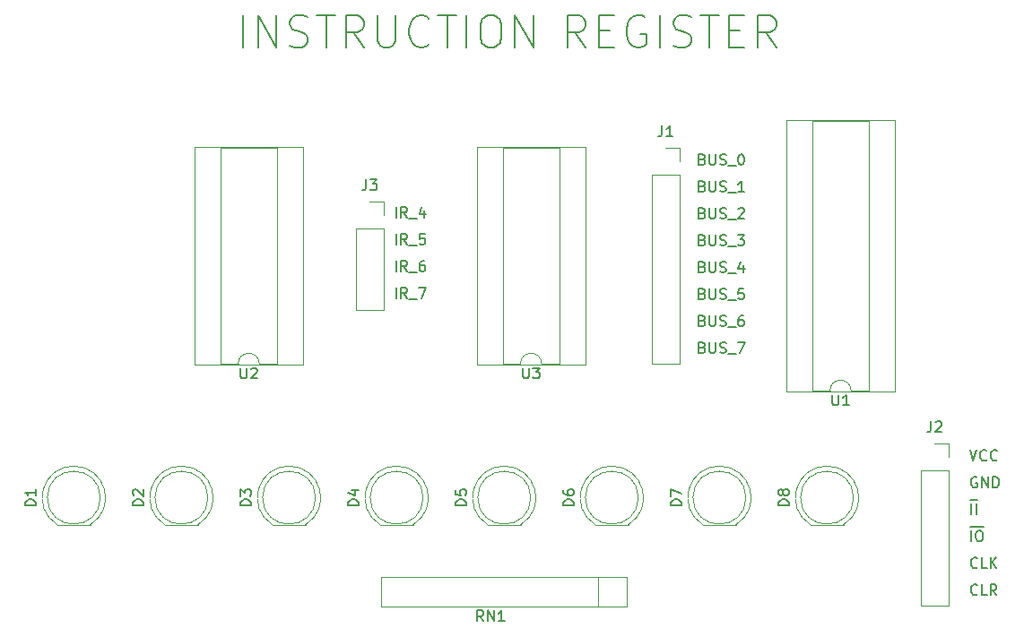
<source format=gbr>
%TF.GenerationSoftware,KiCad,Pcbnew,(7.0.0)*%
%TF.CreationDate,2023-03-05T21:28:25-05:00*%
%TF.ProjectId,8bc_ir,3862635f-6972-42e6-9b69-6361645f7063,rev?*%
%TF.SameCoordinates,Original*%
%TF.FileFunction,Legend,Top*%
%TF.FilePolarity,Positive*%
%FSLAX46Y46*%
G04 Gerber Fmt 4.6, Leading zero omitted, Abs format (unit mm)*
G04 Created by KiCad (PCBNEW (7.0.0)) date 2023-03-05 21:28:25*
%MOMM*%
%LPD*%
G01*
G04 APERTURE LIST*
%ADD10C,0.150000*%
%ADD11C,0.120000*%
G04 APERTURE END LIST*
D10*
X125174285Y-37447142D02*
X125174285Y-34447142D01*
X126602856Y-37447142D02*
X126602856Y-34447142D01*
X126602856Y-34447142D02*
X128317142Y-37447142D01*
X128317142Y-37447142D02*
X128317142Y-34447142D01*
X129602856Y-37304285D02*
X130031428Y-37447142D01*
X130031428Y-37447142D02*
X130745713Y-37447142D01*
X130745713Y-37447142D02*
X131031428Y-37304285D01*
X131031428Y-37304285D02*
X131174285Y-37161428D01*
X131174285Y-37161428D02*
X131317142Y-36875714D01*
X131317142Y-36875714D02*
X131317142Y-36590000D01*
X131317142Y-36590000D02*
X131174285Y-36304285D01*
X131174285Y-36304285D02*
X131031428Y-36161428D01*
X131031428Y-36161428D02*
X130745713Y-36018571D01*
X130745713Y-36018571D02*
X130174285Y-35875714D01*
X130174285Y-35875714D02*
X129888570Y-35732857D01*
X129888570Y-35732857D02*
X129745713Y-35590000D01*
X129745713Y-35590000D02*
X129602856Y-35304285D01*
X129602856Y-35304285D02*
X129602856Y-35018571D01*
X129602856Y-35018571D02*
X129745713Y-34732857D01*
X129745713Y-34732857D02*
X129888570Y-34590000D01*
X129888570Y-34590000D02*
X130174285Y-34447142D01*
X130174285Y-34447142D02*
X130888570Y-34447142D01*
X130888570Y-34447142D02*
X131317142Y-34590000D01*
X132174285Y-34447142D02*
X133888571Y-34447142D01*
X133031428Y-37447142D02*
X133031428Y-34447142D01*
X136602856Y-37447142D02*
X135602856Y-36018571D01*
X134888570Y-37447142D02*
X134888570Y-34447142D01*
X134888570Y-34447142D02*
X136031427Y-34447142D01*
X136031427Y-34447142D02*
X136317142Y-34590000D01*
X136317142Y-34590000D02*
X136459999Y-34732857D01*
X136459999Y-34732857D02*
X136602856Y-35018571D01*
X136602856Y-35018571D02*
X136602856Y-35447142D01*
X136602856Y-35447142D02*
X136459999Y-35732857D01*
X136459999Y-35732857D02*
X136317142Y-35875714D01*
X136317142Y-35875714D02*
X136031427Y-36018571D01*
X136031427Y-36018571D02*
X134888570Y-36018571D01*
X137888570Y-34447142D02*
X137888570Y-36875714D01*
X137888570Y-36875714D02*
X138031427Y-37161428D01*
X138031427Y-37161428D02*
X138174285Y-37304285D01*
X138174285Y-37304285D02*
X138459999Y-37447142D01*
X138459999Y-37447142D02*
X139031427Y-37447142D01*
X139031427Y-37447142D02*
X139317142Y-37304285D01*
X139317142Y-37304285D02*
X139459999Y-37161428D01*
X139459999Y-37161428D02*
X139602856Y-36875714D01*
X139602856Y-36875714D02*
X139602856Y-34447142D01*
X142745713Y-37161428D02*
X142602856Y-37304285D01*
X142602856Y-37304285D02*
X142174284Y-37447142D01*
X142174284Y-37447142D02*
X141888570Y-37447142D01*
X141888570Y-37447142D02*
X141459999Y-37304285D01*
X141459999Y-37304285D02*
X141174284Y-37018571D01*
X141174284Y-37018571D02*
X141031427Y-36732857D01*
X141031427Y-36732857D02*
X140888570Y-36161428D01*
X140888570Y-36161428D02*
X140888570Y-35732857D01*
X140888570Y-35732857D02*
X141031427Y-35161428D01*
X141031427Y-35161428D02*
X141174284Y-34875714D01*
X141174284Y-34875714D02*
X141459999Y-34590000D01*
X141459999Y-34590000D02*
X141888570Y-34447142D01*
X141888570Y-34447142D02*
X142174284Y-34447142D01*
X142174284Y-34447142D02*
X142602856Y-34590000D01*
X142602856Y-34590000D02*
X142745713Y-34732857D01*
X143602856Y-34447142D02*
X145317142Y-34447142D01*
X144459999Y-37447142D02*
X144459999Y-34447142D01*
X146317141Y-37447142D02*
X146317141Y-34447142D01*
X148317141Y-34447142D02*
X148888569Y-34447142D01*
X148888569Y-34447142D02*
X149174284Y-34590000D01*
X149174284Y-34590000D02*
X149459998Y-34875714D01*
X149459998Y-34875714D02*
X149602855Y-35447142D01*
X149602855Y-35447142D02*
X149602855Y-36447142D01*
X149602855Y-36447142D02*
X149459998Y-37018571D01*
X149459998Y-37018571D02*
X149174284Y-37304285D01*
X149174284Y-37304285D02*
X148888569Y-37447142D01*
X148888569Y-37447142D02*
X148317141Y-37447142D01*
X148317141Y-37447142D02*
X148031427Y-37304285D01*
X148031427Y-37304285D02*
X147745712Y-37018571D01*
X147745712Y-37018571D02*
X147602855Y-36447142D01*
X147602855Y-36447142D02*
X147602855Y-35447142D01*
X147602855Y-35447142D02*
X147745712Y-34875714D01*
X147745712Y-34875714D02*
X148031427Y-34590000D01*
X148031427Y-34590000D02*
X148317141Y-34447142D01*
X150888569Y-37447142D02*
X150888569Y-34447142D01*
X150888569Y-34447142D02*
X152602855Y-37447142D01*
X152602855Y-37447142D02*
X152602855Y-34447142D01*
X157545712Y-37447142D02*
X156545712Y-36018571D01*
X155831426Y-37447142D02*
X155831426Y-34447142D01*
X155831426Y-34447142D02*
X156974283Y-34447142D01*
X156974283Y-34447142D02*
X157259998Y-34590000D01*
X157259998Y-34590000D02*
X157402855Y-34732857D01*
X157402855Y-34732857D02*
X157545712Y-35018571D01*
X157545712Y-35018571D02*
X157545712Y-35447142D01*
X157545712Y-35447142D02*
X157402855Y-35732857D01*
X157402855Y-35732857D02*
X157259998Y-35875714D01*
X157259998Y-35875714D02*
X156974283Y-36018571D01*
X156974283Y-36018571D02*
X155831426Y-36018571D01*
X158831426Y-35875714D02*
X159831426Y-35875714D01*
X160259998Y-37447142D02*
X158831426Y-37447142D01*
X158831426Y-37447142D02*
X158831426Y-34447142D01*
X158831426Y-34447142D02*
X160259998Y-34447142D01*
X163117141Y-34590000D02*
X162831427Y-34447142D01*
X162831427Y-34447142D02*
X162402855Y-34447142D01*
X162402855Y-34447142D02*
X161974284Y-34590000D01*
X161974284Y-34590000D02*
X161688569Y-34875714D01*
X161688569Y-34875714D02*
X161545712Y-35161428D01*
X161545712Y-35161428D02*
X161402855Y-35732857D01*
X161402855Y-35732857D02*
X161402855Y-36161428D01*
X161402855Y-36161428D02*
X161545712Y-36732857D01*
X161545712Y-36732857D02*
X161688569Y-37018571D01*
X161688569Y-37018571D02*
X161974284Y-37304285D01*
X161974284Y-37304285D02*
X162402855Y-37447142D01*
X162402855Y-37447142D02*
X162688569Y-37447142D01*
X162688569Y-37447142D02*
X163117141Y-37304285D01*
X163117141Y-37304285D02*
X163259998Y-37161428D01*
X163259998Y-37161428D02*
X163259998Y-36161428D01*
X163259998Y-36161428D02*
X162688569Y-36161428D01*
X164545712Y-37447142D02*
X164545712Y-34447142D01*
X165831426Y-37304285D02*
X166259998Y-37447142D01*
X166259998Y-37447142D02*
X166974283Y-37447142D01*
X166974283Y-37447142D02*
X167259998Y-37304285D01*
X167259998Y-37304285D02*
X167402855Y-37161428D01*
X167402855Y-37161428D02*
X167545712Y-36875714D01*
X167545712Y-36875714D02*
X167545712Y-36590000D01*
X167545712Y-36590000D02*
X167402855Y-36304285D01*
X167402855Y-36304285D02*
X167259998Y-36161428D01*
X167259998Y-36161428D02*
X166974283Y-36018571D01*
X166974283Y-36018571D02*
X166402855Y-35875714D01*
X166402855Y-35875714D02*
X166117140Y-35732857D01*
X166117140Y-35732857D02*
X165974283Y-35590000D01*
X165974283Y-35590000D02*
X165831426Y-35304285D01*
X165831426Y-35304285D02*
X165831426Y-35018571D01*
X165831426Y-35018571D02*
X165974283Y-34732857D01*
X165974283Y-34732857D02*
X166117140Y-34590000D01*
X166117140Y-34590000D02*
X166402855Y-34447142D01*
X166402855Y-34447142D02*
X167117140Y-34447142D01*
X167117140Y-34447142D02*
X167545712Y-34590000D01*
X168402855Y-34447142D02*
X170117141Y-34447142D01*
X169259998Y-37447142D02*
X169259998Y-34447142D01*
X171117140Y-35875714D02*
X172117140Y-35875714D01*
X172545712Y-37447142D02*
X171117140Y-37447142D01*
X171117140Y-37447142D02*
X171117140Y-34447142D01*
X171117140Y-34447142D02*
X172545712Y-34447142D01*
X175545712Y-37447142D02*
X174545712Y-36018571D01*
X173831426Y-37447142D02*
X173831426Y-34447142D01*
X173831426Y-34447142D02*
X174974283Y-34447142D01*
X174974283Y-34447142D02*
X175259998Y-34590000D01*
X175259998Y-34590000D02*
X175402855Y-34732857D01*
X175402855Y-34732857D02*
X175545712Y-35018571D01*
X175545712Y-35018571D02*
X175545712Y-35447142D01*
X175545712Y-35447142D02*
X175402855Y-35732857D01*
X175402855Y-35732857D02*
X175259998Y-35875714D01*
X175259998Y-35875714D02*
X174974283Y-36018571D01*
X174974283Y-36018571D02*
X173831426Y-36018571D01*
X194532384Y-89113415D02*
X194484765Y-89161034D01*
X194484765Y-89161034D02*
X194341908Y-89208653D01*
X194341908Y-89208653D02*
X194246670Y-89208653D01*
X194246670Y-89208653D02*
X194103813Y-89161034D01*
X194103813Y-89161034D02*
X194008575Y-89065796D01*
X194008575Y-89065796D02*
X193960956Y-88970558D01*
X193960956Y-88970558D02*
X193913337Y-88780082D01*
X193913337Y-88780082D02*
X193913337Y-88637225D01*
X193913337Y-88637225D02*
X193960956Y-88446749D01*
X193960956Y-88446749D02*
X194008575Y-88351511D01*
X194008575Y-88351511D02*
X194103813Y-88256273D01*
X194103813Y-88256273D02*
X194246670Y-88208653D01*
X194246670Y-88208653D02*
X194341908Y-88208653D01*
X194341908Y-88208653D02*
X194484765Y-88256273D01*
X194484765Y-88256273D02*
X194532384Y-88303892D01*
X195437146Y-89208653D02*
X194960956Y-89208653D01*
X194960956Y-89208653D02*
X194960956Y-88208653D01*
X196341908Y-89208653D02*
X196008575Y-88732463D01*
X195770480Y-89208653D02*
X195770480Y-88208653D01*
X195770480Y-88208653D02*
X196151432Y-88208653D01*
X196151432Y-88208653D02*
X196246670Y-88256273D01*
X196246670Y-88256273D02*
X196294289Y-88303892D01*
X196294289Y-88303892D02*
X196341908Y-88399130D01*
X196341908Y-88399130D02*
X196341908Y-88541987D01*
X196341908Y-88541987D02*
X196294289Y-88637225D01*
X196294289Y-88637225D02*
X196246670Y-88684844D01*
X196246670Y-88684844D02*
X196151432Y-88732463D01*
X196151432Y-88732463D02*
X195770480Y-88732463D01*
X194532384Y-86573415D02*
X194484765Y-86621034D01*
X194484765Y-86621034D02*
X194341908Y-86668653D01*
X194341908Y-86668653D02*
X194246670Y-86668653D01*
X194246670Y-86668653D02*
X194103813Y-86621034D01*
X194103813Y-86621034D02*
X194008575Y-86525796D01*
X194008575Y-86525796D02*
X193960956Y-86430558D01*
X193960956Y-86430558D02*
X193913337Y-86240082D01*
X193913337Y-86240082D02*
X193913337Y-86097225D01*
X193913337Y-86097225D02*
X193960956Y-85906749D01*
X193960956Y-85906749D02*
X194008575Y-85811511D01*
X194008575Y-85811511D02*
X194103813Y-85716273D01*
X194103813Y-85716273D02*
X194246670Y-85668653D01*
X194246670Y-85668653D02*
X194341908Y-85668653D01*
X194341908Y-85668653D02*
X194484765Y-85716273D01*
X194484765Y-85716273D02*
X194532384Y-85763892D01*
X195437146Y-86668653D02*
X194960956Y-86668653D01*
X194960956Y-86668653D02*
X194960956Y-85668653D01*
X195770480Y-86668653D02*
X195770480Y-85668653D01*
X196341908Y-86668653D02*
X195913337Y-86097225D01*
X196341908Y-85668653D02*
X195770480Y-86240082D01*
X193960956Y-84128653D02*
X193960956Y-83128653D01*
X194627622Y-83128653D02*
X194818098Y-83128653D01*
X194818098Y-83128653D02*
X194913336Y-83176273D01*
X194913336Y-83176273D02*
X195008574Y-83271511D01*
X195008574Y-83271511D02*
X195056193Y-83461987D01*
X195056193Y-83461987D02*
X195056193Y-83795320D01*
X195056193Y-83795320D02*
X195008574Y-83985796D01*
X195008574Y-83985796D02*
X194913336Y-84081034D01*
X194913336Y-84081034D02*
X194818098Y-84128653D01*
X194818098Y-84128653D02*
X194627622Y-84128653D01*
X194627622Y-84128653D02*
X194532384Y-84081034D01*
X194532384Y-84081034D02*
X194437146Y-83985796D01*
X194437146Y-83985796D02*
X194389527Y-83795320D01*
X194389527Y-83795320D02*
X194389527Y-83461987D01*
X194389527Y-83461987D02*
X194437146Y-83271511D01*
X194437146Y-83271511D02*
X194532384Y-83176273D01*
X194532384Y-83176273D02*
X194627622Y-83128653D01*
X193822861Y-82776273D02*
X195146670Y-82776273D01*
X193960956Y-81588653D02*
X193960956Y-80588653D01*
X194437146Y-81588653D02*
X194437146Y-80588653D01*
X193822861Y-80236273D02*
X194575241Y-80236273D01*
X194484765Y-78096273D02*
X194389527Y-78048653D01*
X194389527Y-78048653D02*
X194246670Y-78048653D01*
X194246670Y-78048653D02*
X194103813Y-78096273D01*
X194103813Y-78096273D02*
X194008575Y-78191511D01*
X194008575Y-78191511D02*
X193960956Y-78286749D01*
X193960956Y-78286749D02*
X193913337Y-78477225D01*
X193913337Y-78477225D02*
X193913337Y-78620082D01*
X193913337Y-78620082D02*
X193960956Y-78810558D01*
X193960956Y-78810558D02*
X194008575Y-78905796D01*
X194008575Y-78905796D02*
X194103813Y-79001034D01*
X194103813Y-79001034D02*
X194246670Y-79048653D01*
X194246670Y-79048653D02*
X194341908Y-79048653D01*
X194341908Y-79048653D02*
X194484765Y-79001034D01*
X194484765Y-79001034D02*
X194532384Y-78953415D01*
X194532384Y-78953415D02*
X194532384Y-78620082D01*
X194532384Y-78620082D02*
X194341908Y-78620082D01*
X194960956Y-79048653D02*
X194960956Y-78048653D01*
X194960956Y-78048653D02*
X195532384Y-79048653D01*
X195532384Y-79048653D02*
X195532384Y-78048653D01*
X196008575Y-79048653D02*
X196008575Y-78048653D01*
X196008575Y-78048653D02*
X196246670Y-78048653D01*
X196246670Y-78048653D02*
X196389527Y-78096273D01*
X196389527Y-78096273D02*
X196484765Y-78191511D01*
X196484765Y-78191511D02*
X196532384Y-78286749D01*
X196532384Y-78286749D02*
X196580003Y-78477225D01*
X196580003Y-78477225D02*
X196580003Y-78620082D01*
X196580003Y-78620082D02*
X196532384Y-78810558D01*
X196532384Y-78810558D02*
X196484765Y-78905796D01*
X196484765Y-78905796D02*
X196389527Y-79001034D01*
X196389527Y-79001034D02*
X196246670Y-79048653D01*
X196246670Y-79048653D02*
X196008575Y-79048653D01*
X193818099Y-75508653D02*
X194151432Y-76508653D01*
X194151432Y-76508653D02*
X194484765Y-75508653D01*
X195389527Y-76413415D02*
X195341908Y-76461034D01*
X195341908Y-76461034D02*
X195199051Y-76508653D01*
X195199051Y-76508653D02*
X195103813Y-76508653D01*
X195103813Y-76508653D02*
X194960956Y-76461034D01*
X194960956Y-76461034D02*
X194865718Y-76365796D01*
X194865718Y-76365796D02*
X194818099Y-76270558D01*
X194818099Y-76270558D02*
X194770480Y-76080082D01*
X194770480Y-76080082D02*
X194770480Y-75937225D01*
X194770480Y-75937225D02*
X194818099Y-75746749D01*
X194818099Y-75746749D02*
X194865718Y-75651511D01*
X194865718Y-75651511D02*
X194960956Y-75556273D01*
X194960956Y-75556273D02*
X195103813Y-75508653D01*
X195103813Y-75508653D02*
X195199051Y-75508653D01*
X195199051Y-75508653D02*
X195341908Y-75556273D01*
X195341908Y-75556273D02*
X195389527Y-75603892D01*
X196389527Y-76413415D02*
X196341908Y-76461034D01*
X196341908Y-76461034D02*
X196199051Y-76508653D01*
X196199051Y-76508653D02*
X196103813Y-76508653D01*
X196103813Y-76508653D02*
X195960956Y-76461034D01*
X195960956Y-76461034D02*
X195865718Y-76365796D01*
X195865718Y-76365796D02*
X195818099Y-76270558D01*
X195818099Y-76270558D02*
X195770480Y-76080082D01*
X195770480Y-76080082D02*
X195770480Y-75937225D01*
X195770480Y-75937225D02*
X195818099Y-75746749D01*
X195818099Y-75746749D02*
X195865718Y-75651511D01*
X195865718Y-75651511D02*
X195960956Y-75556273D01*
X195960956Y-75556273D02*
X196103813Y-75508653D01*
X196103813Y-75508653D02*
X196199051Y-75508653D01*
X196199051Y-75508653D02*
X196341908Y-75556273D01*
X196341908Y-75556273D02*
X196389527Y-75603892D01*
X168565031Y-65816129D02*
X168707888Y-65863748D01*
X168707888Y-65863748D02*
X168755507Y-65911367D01*
X168755507Y-65911367D02*
X168803126Y-66006605D01*
X168803126Y-66006605D02*
X168803126Y-66149462D01*
X168803126Y-66149462D02*
X168755507Y-66244700D01*
X168755507Y-66244700D02*
X168707888Y-66292319D01*
X168707888Y-66292319D02*
X168612650Y-66339938D01*
X168612650Y-66339938D02*
X168231698Y-66339938D01*
X168231698Y-66339938D02*
X168231698Y-65339938D01*
X168231698Y-65339938D02*
X168565031Y-65339938D01*
X168565031Y-65339938D02*
X168660269Y-65387558D01*
X168660269Y-65387558D02*
X168707888Y-65435177D01*
X168707888Y-65435177D02*
X168755507Y-65530415D01*
X168755507Y-65530415D02*
X168755507Y-65625653D01*
X168755507Y-65625653D02*
X168707888Y-65720891D01*
X168707888Y-65720891D02*
X168660269Y-65768510D01*
X168660269Y-65768510D02*
X168565031Y-65816129D01*
X168565031Y-65816129D02*
X168231698Y-65816129D01*
X169231698Y-65339938D02*
X169231698Y-66149462D01*
X169231698Y-66149462D02*
X169279317Y-66244700D01*
X169279317Y-66244700D02*
X169326936Y-66292319D01*
X169326936Y-66292319D02*
X169422174Y-66339938D01*
X169422174Y-66339938D02*
X169612650Y-66339938D01*
X169612650Y-66339938D02*
X169707888Y-66292319D01*
X169707888Y-66292319D02*
X169755507Y-66244700D01*
X169755507Y-66244700D02*
X169803126Y-66149462D01*
X169803126Y-66149462D02*
X169803126Y-65339938D01*
X170231698Y-66292319D02*
X170374555Y-66339938D01*
X170374555Y-66339938D02*
X170612650Y-66339938D01*
X170612650Y-66339938D02*
X170707888Y-66292319D01*
X170707888Y-66292319D02*
X170755507Y-66244700D01*
X170755507Y-66244700D02*
X170803126Y-66149462D01*
X170803126Y-66149462D02*
X170803126Y-66054224D01*
X170803126Y-66054224D02*
X170755507Y-65958986D01*
X170755507Y-65958986D02*
X170707888Y-65911367D01*
X170707888Y-65911367D02*
X170612650Y-65863748D01*
X170612650Y-65863748D02*
X170422174Y-65816129D01*
X170422174Y-65816129D02*
X170326936Y-65768510D01*
X170326936Y-65768510D02*
X170279317Y-65720891D01*
X170279317Y-65720891D02*
X170231698Y-65625653D01*
X170231698Y-65625653D02*
X170231698Y-65530415D01*
X170231698Y-65530415D02*
X170279317Y-65435177D01*
X170279317Y-65435177D02*
X170326936Y-65387558D01*
X170326936Y-65387558D02*
X170422174Y-65339938D01*
X170422174Y-65339938D02*
X170660269Y-65339938D01*
X170660269Y-65339938D02*
X170803126Y-65387558D01*
X170993603Y-66435177D02*
X171755507Y-66435177D01*
X171898365Y-65339938D02*
X172565031Y-65339938D01*
X172565031Y-65339938D02*
X172136460Y-66339938D01*
X168565031Y-63276129D02*
X168707888Y-63323748D01*
X168707888Y-63323748D02*
X168755507Y-63371367D01*
X168755507Y-63371367D02*
X168803126Y-63466605D01*
X168803126Y-63466605D02*
X168803126Y-63609462D01*
X168803126Y-63609462D02*
X168755507Y-63704700D01*
X168755507Y-63704700D02*
X168707888Y-63752319D01*
X168707888Y-63752319D02*
X168612650Y-63799938D01*
X168612650Y-63799938D02*
X168231698Y-63799938D01*
X168231698Y-63799938D02*
X168231698Y-62799938D01*
X168231698Y-62799938D02*
X168565031Y-62799938D01*
X168565031Y-62799938D02*
X168660269Y-62847558D01*
X168660269Y-62847558D02*
X168707888Y-62895177D01*
X168707888Y-62895177D02*
X168755507Y-62990415D01*
X168755507Y-62990415D02*
X168755507Y-63085653D01*
X168755507Y-63085653D02*
X168707888Y-63180891D01*
X168707888Y-63180891D02*
X168660269Y-63228510D01*
X168660269Y-63228510D02*
X168565031Y-63276129D01*
X168565031Y-63276129D02*
X168231698Y-63276129D01*
X169231698Y-62799938D02*
X169231698Y-63609462D01*
X169231698Y-63609462D02*
X169279317Y-63704700D01*
X169279317Y-63704700D02*
X169326936Y-63752319D01*
X169326936Y-63752319D02*
X169422174Y-63799938D01*
X169422174Y-63799938D02*
X169612650Y-63799938D01*
X169612650Y-63799938D02*
X169707888Y-63752319D01*
X169707888Y-63752319D02*
X169755507Y-63704700D01*
X169755507Y-63704700D02*
X169803126Y-63609462D01*
X169803126Y-63609462D02*
X169803126Y-62799938D01*
X170231698Y-63752319D02*
X170374555Y-63799938D01*
X170374555Y-63799938D02*
X170612650Y-63799938D01*
X170612650Y-63799938D02*
X170707888Y-63752319D01*
X170707888Y-63752319D02*
X170755507Y-63704700D01*
X170755507Y-63704700D02*
X170803126Y-63609462D01*
X170803126Y-63609462D02*
X170803126Y-63514224D01*
X170803126Y-63514224D02*
X170755507Y-63418986D01*
X170755507Y-63418986D02*
X170707888Y-63371367D01*
X170707888Y-63371367D02*
X170612650Y-63323748D01*
X170612650Y-63323748D02*
X170422174Y-63276129D01*
X170422174Y-63276129D02*
X170326936Y-63228510D01*
X170326936Y-63228510D02*
X170279317Y-63180891D01*
X170279317Y-63180891D02*
X170231698Y-63085653D01*
X170231698Y-63085653D02*
X170231698Y-62990415D01*
X170231698Y-62990415D02*
X170279317Y-62895177D01*
X170279317Y-62895177D02*
X170326936Y-62847558D01*
X170326936Y-62847558D02*
X170422174Y-62799938D01*
X170422174Y-62799938D02*
X170660269Y-62799938D01*
X170660269Y-62799938D02*
X170803126Y-62847558D01*
X170993603Y-63895177D02*
X171755507Y-63895177D01*
X172422174Y-62799938D02*
X172231698Y-62799938D01*
X172231698Y-62799938D02*
X172136460Y-62847558D01*
X172136460Y-62847558D02*
X172088841Y-62895177D01*
X172088841Y-62895177D02*
X171993603Y-63038034D01*
X171993603Y-63038034D02*
X171945984Y-63228510D01*
X171945984Y-63228510D02*
X171945984Y-63609462D01*
X171945984Y-63609462D02*
X171993603Y-63704700D01*
X171993603Y-63704700D02*
X172041222Y-63752319D01*
X172041222Y-63752319D02*
X172136460Y-63799938D01*
X172136460Y-63799938D02*
X172326936Y-63799938D01*
X172326936Y-63799938D02*
X172422174Y-63752319D01*
X172422174Y-63752319D02*
X172469793Y-63704700D01*
X172469793Y-63704700D02*
X172517412Y-63609462D01*
X172517412Y-63609462D02*
X172517412Y-63371367D01*
X172517412Y-63371367D02*
X172469793Y-63276129D01*
X172469793Y-63276129D02*
X172422174Y-63228510D01*
X172422174Y-63228510D02*
X172326936Y-63180891D01*
X172326936Y-63180891D02*
X172136460Y-63180891D01*
X172136460Y-63180891D02*
X172041222Y-63228510D01*
X172041222Y-63228510D02*
X171993603Y-63276129D01*
X171993603Y-63276129D02*
X171945984Y-63371367D01*
X168565031Y-60736129D02*
X168707888Y-60783748D01*
X168707888Y-60783748D02*
X168755507Y-60831367D01*
X168755507Y-60831367D02*
X168803126Y-60926605D01*
X168803126Y-60926605D02*
X168803126Y-61069462D01*
X168803126Y-61069462D02*
X168755507Y-61164700D01*
X168755507Y-61164700D02*
X168707888Y-61212319D01*
X168707888Y-61212319D02*
X168612650Y-61259938D01*
X168612650Y-61259938D02*
X168231698Y-61259938D01*
X168231698Y-61259938D02*
X168231698Y-60259938D01*
X168231698Y-60259938D02*
X168565031Y-60259938D01*
X168565031Y-60259938D02*
X168660269Y-60307558D01*
X168660269Y-60307558D02*
X168707888Y-60355177D01*
X168707888Y-60355177D02*
X168755507Y-60450415D01*
X168755507Y-60450415D02*
X168755507Y-60545653D01*
X168755507Y-60545653D02*
X168707888Y-60640891D01*
X168707888Y-60640891D02*
X168660269Y-60688510D01*
X168660269Y-60688510D02*
X168565031Y-60736129D01*
X168565031Y-60736129D02*
X168231698Y-60736129D01*
X169231698Y-60259938D02*
X169231698Y-61069462D01*
X169231698Y-61069462D02*
X169279317Y-61164700D01*
X169279317Y-61164700D02*
X169326936Y-61212319D01*
X169326936Y-61212319D02*
X169422174Y-61259938D01*
X169422174Y-61259938D02*
X169612650Y-61259938D01*
X169612650Y-61259938D02*
X169707888Y-61212319D01*
X169707888Y-61212319D02*
X169755507Y-61164700D01*
X169755507Y-61164700D02*
X169803126Y-61069462D01*
X169803126Y-61069462D02*
X169803126Y-60259938D01*
X170231698Y-61212319D02*
X170374555Y-61259938D01*
X170374555Y-61259938D02*
X170612650Y-61259938D01*
X170612650Y-61259938D02*
X170707888Y-61212319D01*
X170707888Y-61212319D02*
X170755507Y-61164700D01*
X170755507Y-61164700D02*
X170803126Y-61069462D01*
X170803126Y-61069462D02*
X170803126Y-60974224D01*
X170803126Y-60974224D02*
X170755507Y-60878986D01*
X170755507Y-60878986D02*
X170707888Y-60831367D01*
X170707888Y-60831367D02*
X170612650Y-60783748D01*
X170612650Y-60783748D02*
X170422174Y-60736129D01*
X170422174Y-60736129D02*
X170326936Y-60688510D01*
X170326936Y-60688510D02*
X170279317Y-60640891D01*
X170279317Y-60640891D02*
X170231698Y-60545653D01*
X170231698Y-60545653D02*
X170231698Y-60450415D01*
X170231698Y-60450415D02*
X170279317Y-60355177D01*
X170279317Y-60355177D02*
X170326936Y-60307558D01*
X170326936Y-60307558D02*
X170422174Y-60259938D01*
X170422174Y-60259938D02*
X170660269Y-60259938D01*
X170660269Y-60259938D02*
X170803126Y-60307558D01*
X170993603Y-61355177D02*
X171755507Y-61355177D01*
X172469793Y-60259938D02*
X171993603Y-60259938D01*
X171993603Y-60259938D02*
X171945984Y-60736129D01*
X171945984Y-60736129D02*
X171993603Y-60688510D01*
X171993603Y-60688510D02*
X172088841Y-60640891D01*
X172088841Y-60640891D02*
X172326936Y-60640891D01*
X172326936Y-60640891D02*
X172422174Y-60688510D01*
X172422174Y-60688510D02*
X172469793Y-60736129D01*
X172469793Y-60736129D02*
X172517412Y-60831367D01*
X172517412Y-60831367D02*
X172517412Y-61069462D01*
X172517412Y-61069462D02*
X172469793Y-61164700D01*
X172469793Y-61164700D02*
X172422174Y-61212319D01*
X172422174Y-61212319D02*
X172326936Y-61259938D01*
X172326936Y-61259938D02*
X172088841Y-61259938D01*
X172088841Y-61259938D02*
X171993603Y-61212319D01*
X171993603Y-61212319D02*
X171945984Y-61164700D01*
X168565031Y-58196129D02*
X168707888Y-58243748D01*
X168707888Y-58243748D02*
X168755507Y-58291367D01*
X168755507Y-58291367D02*
X168803126Y-58386605D01*
X168803126Y-58386605D02*
X168803126Y-58529462D01*
X168803126Y-58529462D02*
X168755507Y-58624700D01*
X168755507Y-58624700D02*
X168707888Y-58672319D01*
X168707888Y-58672319D02*
X168612650Y-58719938D01*
X168612650Y-58719938D02*
X168231698Y-58719938D01*
X168231698Y-58719938D02*
X168231698Y-57719938D01*
X168231698Y-57719938D02*
X168565031Y-57719938D01*
X168565031Y-57719938D02*
X168660269Y-57767558D01*
X168660269Y-57767558D02*
X168707888Y-57815177D01*
X168707888Y-57815177D02*
X168755507Y-57910415D01*
X168755507Y-57910415D02*
X168755507Y-58005653D01*
X168755507Y-58005653D02*
X168707888Y-58100891D01*
X168707888Y-58100891D02*
X168660269Y-58148510D01*
X168660269Y-58148510D02*
X168565031Y-58196129D01*
X168565031Y-58196129D02*
X168231698Y-58196129D01*
X169231698Y-57719938D02*
X169231698Y-58529462D01*
X169231698Y-58529462D02*
X169279317Y-58624700D01*
X169279317Y-58624700D02*
X169326936Y-58672319D01*
X169326936Y-58672319D02*
X169422174Y-58719938D01*
X169422174Y-58719938D02*
X169612650Y-58719938D01*
X169612650Y-58719938D02*
X169707888Y-58672319D01*
X169707888Y-58672319D02*
X169755507Y-58624700D01*
X169755507Y-58624700D02*
X169803126Y-58529462D01*
X169803126Y-58529462D02*
X169803126Y-57719938D01*
X170231698Y-58672319D02*
X170374555Y-58719938D01*
X170374555Y-58719938D02*
X170612650Y-58719938D01*
X170612650Y-58719938D02*
X170707888Y-58672319D01*
X170707888Y-58672319D02*
X170755507Y-58624700D01*
X170755507Y-58624700D02*
X170803126Y-58529462D01*
X170803126Y-58529462D02*
X170803126Y-58434224D01*
X170803126Y-58434224D02*
X170755507Y-58338986D01*
X170755507Y-58338986D02*
X170707888Y-58291367D01*
X170707888Y-58291367D02*
X170612650Y-58243748D01*
X170612650Y-58243748D02*
X170422174Y-58196129D01*
X170422174Y-58196129D02*
X170326936Y-58148510D01*
X170326936Y-58148510D02*
X170279317Y-58100891D01*
X170279317Y-58100891D02*
X170231698Y-58005653D01*
X170231698Y-58005653D02*
X170231698Y-57910415D01*
X170231698Y-57910415D02*
X170279317Y-57815177D01*
X170279317Y-57815177D02*
X170326936Y-57767558D01*
X170326936Y-57767558D02*
X170422174Y-57719938D01*
X170422174Y-57719938D02*
X170660269Y-57719938D01*
X170660269Y-57719938D02*
X170803126Y-57767558D01*
X170993603Y-58815177D02*
X171755507Y-58815177D01*
X172422174Y-58053272D02*
X172422174Y-58719938D01*
X172184079Y-57672319D02*
X171945984Y-58386605D01*
X171945984Y-58386605D02*
X172565031Y-58386605D01*
X168565031Y-55656129D02*
X168707888Y-55703748D01*
X168707888Y-55703748D02*
X168755507Y-55751367D01*
X168755507Y-55751367D02*
X168803126Y-55846605D01*
X168803126Y-55846605D02*
X168803126Y-55989462D01*
X168803126Y-55989462D02*
X168755507Y-56084700D01*
X168755507Y-56084700D02*
X168707888Y-56132319D01*
X168707888Y-56132319D02*
X168612650Y-56179938D01*
X168612650Y-56179938D02*
X168231698Y-56179938D01*
X168231698Y-56179938D02*
X168231698Y-55179938D01*
X168231698Y-55179938D02*
X168565031Y-55179938D01*
X168565031Y-55179938D02*
X168660269Y-55227558D01*
X168660269Y-55227558D02*
X168707888Y-55275177D01*
X168707888Y-55275177D02*
X168755507Y-55370415D01*
X168755507Y-55370415D02*
X168755507Y-55465653D01*
X168755507Y-55465653D02*
X168707888Y-55560891D01*
X168707888Y-55560891D02*
X168660269Y-55608510D01*
X168660269Y-55608510D02*
X168565031Y-55656129D01*
X168565031Y-55656129D02*
X168231698Y-55656129D01*
X169231698Y-55179938D02*
X169231698Y-55989462D01*
X169231698Y-55989462D02*
X169279317Y-56084700D01*
X169279317Y-56084700D02*
X169326936Y-56132319D01*
X169326936Y-56132319D02*
X169422174Y-56179938D01*
X169422174Y-56179938D02*
X169612650Y-56179938D01*
X169612650Y-56179938D02*
X169707888Y-56132319D01*
X169707888Y-56132319D02*
X169755507Y-56084700D01*
X169755507Y-56084700D02*
X169803126Y-55989462D01*
X169803126Y-55989462D02*
X169803126Y-55179938D01*
X170231698Y-56132319D02*
X170374555Y-56179938D01*
X170374555Y-56179938D02*
X170612650Y-56179938D01*
X170612650Y-56179938D02*
X170707888Y-56132319D01*
X170707888Y-56132319D02*
X170755507Y-56084700D01*
X170755507Y-56084700D02*
X170803126Y-55989462D01*
X170803126Y-55989462D02*
X170803126Y-55894224D01*
X170803126Y-55894224D02*
X170755507Y-55798986D01*
X170755507Y-55798986D02*
X170707888Y-55751367D01*
X170707888Y-55751367D02*
X170612650Y-55703748D01*
X170612650Y-55703748D02*
X170422174Y-55656129D01*
X170422174Y-55656129D02*
X170326936Y-55608510D01*
X170326936Y-55608510D02*
X170279317Y-55560891D01*
X170279317Y-55560891D02*
X170231698Y-55465653D01*
X170231698Y-55465653D02*
X170231698Y-55370415D01*
X170231698Y-55370415D02*
X170279317Y-55275177D01*
X170279317Y-55275177D02*
X170326936Y-55227558D01*
X170326936Y-55227558D02*
X170422174Y-55179938D01*
X170422174Y-55179938D02*
X170660269Y-55179938D01*
X170660269Y-55179938D02*
X170803126Y-55227558D01*
X170993603Y-56275177D02*
X171755507Y-56275177D01*
X171898365Y-55179938D02*
X172517412Y-55179938D01*
X172517412Y-55179938D02*
X172184079Y-55560891D01*
X172184079Y-55560891D02*
X172326936Y-55560891D01*
X172326936Y-55560891D02*
X172422174Y-55608510D01*
X172422174Y-55608510D02*
X172469793Y-55656129D01*
X172469793Y-55656129D02*
X172517412Y-55751367D01*
X172517412Y-55751367D02*
X172517412Y-55989462D01*
X172517412Y-55989462D02*
X172469793Y-56084700D01*
X172469793Y-56084700D02*
X172422174Y-56132319D01*
X172422174Y-56132319D02*
X172326936Y-56179938D01*
X172326936Y-56179938D02*
X172041222Y-56179938D01*
X172041222Y-56179938D02*
X171945984Y-56132319D01*
X171945984Y-56132319D02*
X171898365Y-56084700D01*
X168565031Y-53116129D02*
X168707888Y-53163748D01*
X168707888Y-53163748D02*
X168755507Y-53211367D01*
X168755507Y-53211367D02*
X168803126Y-53306605D01*
X168803126Y-53306605D02*
X168803126Y-53449462D01*
X168803126Y-53449462D02*
X168755507Y-53544700D01*
X168755507Y-53544700D02*
X168707888Y-53592319D01*
X168707888Y-53592319D02*
X168612650Y-53639938D01*
X168612650Y-53639938D02*
X168231698Y-53639938D01*
X168231698Y-53639938D02*
X168231698Y-52639938D01*
X168231698Y-52639938D02*
X168565031Y-52639938D01*
X168565031Y-52639938D02*
X168660269Y-52687558D01*
X168660269Y-52687558D02*
X168707888Y-52735177D01*
X168707888Y-52735177D02*
X168755507Y-52830415D01*
X168755507Y-52830415D02*
X168755507Y-52925653D01*
X168755507Y-52925653D02*
X168707888Y-53020891D01*
X168707888Y-53020891D02*
X168660269Y-53068510D01*
X168660269Y-53068510D02*
X168565031Y-53116129D01*
X168565031Y-53116129D02*
X168231698Y-53116129D01*
X169231698Y-52639938D02*
X169231698Y-53449462D01*
X169231698Y-53449462D02*
X169279317Y-53544700D01*
X169279317Y-53544700D02*
X169326936Y-53592319D01*
X169326936Y-53592319D02*
X169422174Y-53639938D01*
X169422174Y-53639938D02*
X169612650Y-53639938D01*
X169612650Y-53639938D02*
X169707888Y-53592319D01*
X169707888Y-53592319D02*
X169755507Y-53544700D01*
X169755507Y-53544700D02*
X169803126Y-53449462D01*
X169803126Y-53449462D02*
X169803126Y-52639938D01*
X170231698Y-53592319D02*
X170374555Y-53639938D01*
X170374555Y-53639938D02*
X170612650Y-53639938D01*
X170612650Y-53639938D02*
X170707888Y-53592319D01*
X170707888Y-53592319D02*
X170755507Y-53544700D01*
X170755507Y-53544700D02*
X170803126Y-53449462D01*
X170803126Y-53449462D02*
X170803126Y-53354224D01*
X170803126Y-53354224D02*
X170755507Y-53258986D01*
X170755507Y-53258986D02*
X170707888Y-53211367D01*
X170707888Y-53211367D02*
X170612650Y-53163748D01*
X170612650Y-53163748D02*
X170422174Y-53116129D01*
X170422174Y-53116129D02*
X170326936Y-53068510D01*
X170326936Y-53068510D02*
X170279317Y-53020891D01*
X170279317Y-53020891D02*
X170231698Y-52925653D01*
X170231698Y-52925653D02*
X170231698Y-52830415D01*
X170231698Y-52830415D02*
X170279317Y-52735177D01*
X170279317Y-52735177D02*
X170326936Y-52687558D01*
X170326936Y-52687558D02*
X170422174Y-52639938D01*
X170422174Y-52639938D02*
X170660269Y-52639938D01*
X170660269Y-52639938D02*
X170803126Y-52687558D01*
X170993603Y-53735177D02*
X171755507Y-53735177D01*
X171945984Y-52735177D02*
X171993603Y-52687558D01*
X171993603Y-52687558D02*
X172088841Y-52639938D01*
X172088841Y-52639938D02*
X172326936Y-52639938D01*
X172326936Y-52639938D02*
X172422174Y-52687558D01*
X172422174Y-52687558D02*
X172469793Y-52735177D01*
X172469793Y-52735177D02*
X172517412Y-52830415D01*
X172517412Y-52830415D02*
X172517412Y-52925653D01*
X172517412Y-52925653D02*
X172469793Y-53068510D01*
X172469793Y-53068510D02*
X171898365Y-53639938D01*
X171898365Y-53639938D02*
X172517412Y-53639938D01*
X168565031Y-50576129D02*
X168707888Y-50623748D01*
X168707888Y-50623748D02*
X168755507Y-50671367D01*
X168755507Y-50671367D02*
X168803126Y-50766605D01*
X168803126Y-50766605D02*
X168803126Y-50909462D01*
X168803126Y-50909462D02*
X168755507Y-51004700D01*
X168755507Y-51004700D02*
X168707888Y-51052319D01*
X168707888Y-51052319D02*
X168612650Y-51099938D01*
X168612650Y-51099938D02*
X168231698Y-51099938D01*
X168231698Y-51099938D02*
X168231698Y-50099938D01*
X168231698Y-50099938D02*
X168565031Y-50099938D01*
X168565031Y-50099938D02*
X168660269Y-50147558D01*
X168660269Y-50147558D02*
X168707888Y-50195177D01*
X168707888Y-50195177D02*
X168755507Y-50290415D01*
X168755507Y-50290415D02*
X168755507Y-50385653D01*
X168755507Y-50385653D02*
X168707888Y-50480891D01*
X168707888Y-50480891D02*
X168660269Y-50528510D01*
X168660269Y-50528510D02*
X168565031Y-50576129D01*
X168565031Y-50576129D02*
X168231698Y-50576129D01*
X169231698Y-50099938D02*
X169231698Y-50909462D01*
X169231698Y-50909462D02*
X169279317Y-51004700D01*
X169279317Y-51004700D02*
X169326936Y-51052319D01*
X169326936Y-51052319D02*
X169422174Y-51099938D01*
X169422174Y-51099938D02*
X169612650Y-51099938D01*
X169612650Y-51099938D02*
X169707888Y-51052319D01*
X169707888Y-51052319D02*
X169755507Y-51004700D01*
X169755507Y-51004700D02*
X169803126Y-50909462D01*
X169803126Y-50909462D02*
X169803126Y-50099938D01*
X170231698Y-51052319D02*
X170374555Y-51099938D01*
X170374555Y-51099938D02*
X170612650Y-51099938D01*
X170612650Y-51099938D02*
X170707888Y-51052319D01*
X170707888Y-51052319D02*
X170755507Y-51004700D01*
X170755507Y-51004700D02*
X170803126Y-50909462D01*
X170803126Y-50909462D02*
X170803126Y-50814224D01*
X170803126Y-50814224D02*
X170755507Y-50718986D01*
X170755507Y-50718986D02*
X170707888Y-50671367D01*
X170707888Y-50671367D02*
X170612650Y-50623748D01*
X170612650Y-50623748D02*
X170422174Y-50576129D01*
X170422174Y-50576129D02*
X170326936Y-50528510D01*
X170326936Y-50528510D02*
X170279317Y-50480891D01*
X170279317Y-50480891D02*
X170231698Y-50385653D01*
X170231698Y-50385653D02*
X170231698Y-50290415D01*
X170231698Y-50290415D02*
X170279317Y-50195177D01*
X170279317Y-50195177D02*
X170326936Y-50147558D01*
X170326936Y-50147558D02*
X170422174Y-50099938D01*
X170422174Y-50099938D02*
X170660269Y-50099938D01*
X170660269Y-50099938D02*
X170803126Y-50147558D01*
X170993603Y-51195177D02*
X171755507Y-51195177D01*
X172517412Y-51099938D02*
X171945984Y-51099938D01*
X172231698Y-51099938D02*
X172231698Y-50099938D01*
X172231698Y-50099938D02*
X172136460Y-50242796D01*
X172136460Y-50242796D02*
X172041222Y-50338034D01*
X172041222Y-50338034D02*
X171945984Y-50385653D01*
X168565031Y-48036129D02*
X168707888Y-48083748D01*
X168707888Y-48083748D02*
X168755507Y-48131367D01*
X168755507Y-48131367D02*
X168803126Y-48226605D01*
X168803126Y-48226605D02*
X168803126Y-48369462D01*
X168803126Y-48369462D02*
X168755507Y-48464700D01*
X168755507Y-48464700D02*
X168707888Y-48512319D01*
X168707888Y-48512319D02*
X168612650Y-48559938D01*
X168612650Y-48559938D02*
X168231698Y-48559938D01*
X168231698Y-48559938D02*
X168231698Y-47559938D01*
X168231698Y-47559938D02*
X168565031Y-47559938D01*
X168565031Y-47559938D02*
X168660269Y-47607558D01*
X168660269Y-47607558D02*
X168707888Y-47655177D01*
X168707888Y-47655177D02*
X168755507Y-47750415D01*
X168755507Y-47750415D02*
X168755507Y-47845653D01*
X168755507Y-47845653D02*
X168707888Y-47940891D01*
X168707888Y-47940891D02*
X168660269Y-47988510D01*
X168660269Y-47988510D02*
X168565031Y-48036129D01*
X168565031Y-48036129D02*
X168231698Y-48036129D01*
X169231698Y-47559938D02*
X169231698Y-48369462D01*
X169231698Y-48369462D02*
X169279317Y-48464700D01*
X169279317Y-48464700D02*
X169326936Y-48512319D01*
X169326936Y-48512319D02*
X169422174Y-48559938D01*
X169422174Y-48559938D02*
X169612650Y-48559938D01*
X169612650Y-48559938D02*
X169707888Y-48512319D01*
X169707888Y-48512319D02*
X169755507Y-48464700D01*
X169755507Y-48464700D02*
X169803126Y-48369462D01*
X169803126Y-48369462D02*
X169803126Y-47559938D01*
X170231698Y-48512319D02*
X170374555Y-48559938D01*
X170374555Y-48559938D02*
X170612650Y-48559938D01*
X170612650Y-48559938D02*
X170707888Y-48512319D01*
X170707888Y-48512319D02*
X170755507Y-48464700D01*
X170755507Y-48464700D02*
X170803126Y-48369462D01*
X170803126Y-48369462D02*
X170803126Y-48274224D01*
X170803126Y-48274224D02*
X170755507Y-48178986D01*
X170755507Y-48178986D02*
X170707888Y-48131367D01*
X170707888Y-48131367D02*
X170612650Y-48083748D01*
X170612650Y-48083748D02*
X170422174Y-48036129D01*
X170422174Y-48036129D02*
X170326936Y-47988510D01*
X170326936Y-47988510D02*
X170279317Y-47940891D01*
X170279317Y-47940891D02*
X170231698Y-47845653D01*
X170231698Y-47845653D02*
X170231698Y-47750415D01*
X170231698Y-47750415D02*
X170279317Y-47655177D01*
X170279317Y-47655177D02*
X170326936Y-47607558D01*
X170326936Y-47607558D02*
X170422174Y-47559938D01*
X170422174Y-47559938D02*
X170660269Y-47559938D01*
X170660269Y-47559938D02*
X170803126Y-47607558D01*
X170993603Y-48655177D02*
X171755507Y-48655177D01*
X172184079Y-47559938D02*
X172279317Y-47559938D01*
X172279317Y-47559938D02*
X172374555Y-47607558D01*
X172374555Y-47607558D02*
X172422174Y-47655177D01*
X172422174Y-47655177D02*
X172469793Y-47750415D01*
X172469793Y-47750415D02*
X172517412Y-47940891D01*
X172517412Y-47940891D02*
X172517412Y-48178986D01*
X172517412Y-48178986D02*
X172469793Y-48369462D01*
X172469793Y-48369462D02*
X172422174Y-48464700D01*
X172422174Y-48464700D02*
X172374555Y-48512319D01*
X172374555Y-48512319D02*
X172279317Y-48559938D01*
X172279317Y-48559938D02*
X172184079Y-48559938D01*
X172184079Y-48559938D02*
X172088841Y-48512319D01*
X172088841Y-48512319D02*
X172041222Y-48464700D01*
X172041222Y-48464700D02*
X171993603Y-48369462D01*
X171993603Y-48369462D02*
X171945984Y-48178986D01*
X171945984Y-48178986D02*
X171945984Y-47940891D01*
X171945984Y-47940891D02*
X171993603Y-47750415D01*
X171993603Y-47750415D02*
X172041222Y-47655177D01*
X172041222Y-47655177D02*
X172088841Y-47607558D01*
X172088841Y-47607558D02*
X172184079Y-47559938D01*
X139640773Y-61169471D02*
X139640773Y-60169471D01*
X140688391Y-61169471D02*
X140355058Y-60693281D01*
X140116963Y-61169471D02*
X140116963Y-60169471D01*
X140116963Y-60169471D02*
X140497915Y-60169471D01*
X140497915Y-60169471D02*
X140593153Y-60217091D01*
X140593153Y-60217091D02*
X140640772Y-60264710D01*
X140640772Y-60264710D02*
X140688391Y-60359948D01*
X140688391Y-60359948D02*
X140688391Y-60502805D01*
X140688391Y-60502805D02*
X140640772Y-60598043D01*
X140640772Y-60598043D02*
X140593153Y-60645662D01*
X140593153Y-60645662D02*
X140497915Y-60693281D01*
X140497915Y-60693281D02*
X140116963Y-60693281D01*
X140878868Y-61264710D02*
X141640772Y-61264710D01*
X141783630Y-60169471D02*
X142450296Y-60169471D01*
X142450296Y-60169471D02*
X142021725Y-61169471D01*
X139640773Y-58629471D02*
X139640773Y-57629471D01*
X140688391Y-58629471D02*
X140355058Y-58153281D01*
X140116963Y-58629471D02*
X140116963Y-57629471D01*
X140116963Y-57629471D02*
X140497915Y-57629471D01*
X140497915Y-57629471D02*
X140593153Y-57677091D01*
X140593153Y-57677091D02*
X140640772Y-57724710D01*
X140640772Y-57724710D02*
X140688391Y-57819948D01*
X140688391Y-57819948D02*
X140688391Y-57962805D01*
X140688391Y-57962805D02*
X140640772Y-58058043D01*
X140640772Y-58058043D02*
X140593153Y-58105662D01*
X140593153Y-58105662D02*
X140497915Y-58153281D01*
X140497915Y-58153281D02*
X140116963Y-58153281D01*
X140878868Y-58724710D02*
X141640772Y-58724710D01*
X142307439Y-57629471D02*
X142116963Y-57629471D01*
X142116963Y-57629471D02*
X142021725Y-57677091D01*
X142021725Y-57677091D02*
X141974106Y-57724710D01*
X141974106Y-57724710D02*
X141878868Y-57867567D01*
X141878868Y-57867567D02*
X141831249Y-58058043D01*
X141831249Y-58058043D02*
X141831249Y-58438995D01*
X141831249Y-58438995D02*
X141878868Y-58534233D01*
X141878868Y-58534233D02*
X141926487Y-58581852D01*
X141926487Y-58581852D02*
X142021725Y-58629471D01*
X142021725Y-58629471D02*
X142212201Y-58629471D01*
X142212201Y-58629471D02*
X142307439Y-58581852D01*
X142307439Y-58581852D02*
X142355058Y-58534233D01*
X142355058Y-58534233D02*
X142402677Y-58438995D01*
X142402677Y-58438995D02*
X142402677Y-58200900D01*
X142402677Y-58200900D02*
X142355058Y-58105662D01*
X142355058Y-58105662D02*
X142307439Y-58058043D01*
X142307439Y-58058043D02*
X142212201Y-58010424D01*
X142212201Y-58010424D02*
X142021725Y-58010424D01*
X142021725Y-58010424D02*
X141926487Y-58058043D01*
X141926487Y-58058043D02*
X141878868Y-58105662D01*
X141878868Y-58105662D02*
X141831249Y-58200900D01*
X139640773Y-56089471D02*
X139640773Y-55089471D01*
X140688391Y-56089471D02*
X140355058Y-55613281D01*
X140116963Y-56089471D02*
X140116963Y-55089471D01*
X140116963Y-55089471D02*
X140497915Y-55089471D01*
X140497915Y-55089471D02*
X140593153Y-55137091D01*
X140593153Y-55137091D02*
X140640772Y-55184710D01*
X140640772Y-55184710D02*
X140688391Y-55279948D01*
X140688391Y-55279948D02*
X140688391Y-55422805D01*
X140688391Y-55422805D02*
X140640772Y-55518043D01*
X140640772Y-55518043D02*
X140593153Y-55565662D01*
X140593153Y-55565662D02*
X140497915Y-55613281D01*
X140497915Y-55613281D02*
X140116963Y-55613281D01*
X140878868Y-56184710D02*
X141640772Y-56184710D01*
X142355058Y-55089471D02*
X141878868Y-55089471D01*
X141878868Y-55089471D02*
X141831249Y-55565662D01*
X141831249Y-55565662D02*
X141878868Y-55518043D01*
X141878868Y-55518043D02*
X141974106Y-55470424D01*
X141974106Y-55470424D02*
X142212201Y-55470424D01*
X142212201Y-55470424D02*
X142307439Y-55518043D01*
X142307439Y-55518043D02*
X142355058Y-55565662D01*
X142355058Y-55565662D02*
X142402677Y-55660900D01*
X142402677Y-55660900D02*
X142402677Y-55898995D01*
X142402677Y-55898995D02*
X142355058Y-55994233D01*
X142355058Y-55994233D02*
X142307439Y-56041852D01*
X142307439Y-56041852D02*
X142212201Y-56089471D01*
X142212201Y-56089471D02*
X141974106Y-56089471D01*
X141974106Y-56089471D02*
X141878868Y-56041852D01*
X141878868Y-56041852D02*
X141831249Y-55994233D01*
X139640773Y-53549471D02*
X139640773Y-52549471D01*
X140688391Y-53549471D02*
X140355058Y-53073281D01*
X140116963Y-53549471D02*
X140116963Y-52549471D01*
X140116963Y-52549471D02*
X140497915Y-52549471D01*
X140497915Y-52549471D02*
X140593153Y-52597091D01*
X140593153Y-52597091D02*
X140640772Y-52644710D01*
X140640772Y-52644710D02*
X140688391Y-52739948D01*
X140688391Y-52739948D02*
X140688391Y-52882805D01*
X140688391Y-52882805D02*
X140640772Y-52978043D01*
X140640772Y-52978043D02*
X140593153Y-53025662D01*
X140593153Y-53025662D02*
X140497915Y-53073281D01*
X140497915Y-53073281D02*
X140116963Y-53073281D01*
X140878868Y-53644710D02*
X141640772Y-53644710D01*
X142307439Y-52882805D02*
X142307439Y-53549471D01*
X142069344Y-52501852D02*
X141831249Y-53216138D01*
X141831249Y-53216138D02*
X142450296Y-53216138D01*
%TO.C,U3*%
X151628095Y-67737380D02*
X151628095Y-68546904D01*
X151628095Y-68546904D02*
X151675714Y-68642142D01*
X151675714Y-68642142D02*
X151723333Y-68689761D01*
X151723333Y-68689761D02*
X151818571Y-68737380D01*
X151818571Y-68737380D02*
X152009047Y-68737380D01*
X152009047Y-68737380D02*
X152104285Y-68689761D01*
X152104285Y-68689761D02*
X152151904Y-68642142D01*
X152151904Y-68642142D02*
X152199523Y-68546904D01*
X152199523Y-68546904D02*
X152199523Y-67737380D01*
X152580476Y-67737380D02*
X153199523Y-67737380D01*
X153199523Y-67737380D02*
X152866190Y-68118333D01*
X152866190Y-68118333D02*
X153009047Y-68118333D01*
X153009047Y-68118333D02*
X153104285Y-68165952D01*
X153104285Y-68165952D02*
X153151904Y-68213571D01*
X153151904Y-68213571D02*
X153199523Y-68308809D01*
X153199523Y-68308809D02*
X153199523Y-68546904D01*
X153199523Y-68546904D02*
X153151904Y-68642142D01*
X153151904Y-68642142D02*
X153104285Y-68689761D01*
X153104285Y-68689761D02*
X153009047Y-68737380D01*
X153009047Y-68737380D02*
X152723333Y-68737380D01*
X152723333Y-68737380D02*
X152628095Y-68689761D01*
X152628095Y-68689761D02*
X152580476Y-68642142D01*
%TO.C,U2*%
X124968095Y-67737380D02*
X124968095Y-68546904D01*
X124968095Y-68546904D02*
X125015714Y-68642142D01*
X125015714Y-68642142D02*
X125063333Y-68689761D01*
X125063333Y-68689761D02*
X125158571Y-68737380D01*
X125158571Y-68737380D02*
X125349047Y-68737380D01*
X125349047Y-68737380D02*
X125444285Y-68689761D01*
X125444285Y-68689761D02*
X125491904Y-68642142D01*
X125491904Y-68642142D02*
X125539523Y-68546904D01*
X125539523Y-68546904D02*
X125539523Y-67737380D01*
X125968095Y-67832619D02*
X126015714Y-67785000D01*
X126015714Y-67785000D02*
X126110952Y-67737380D01*
X126110952Y-67737380D02*
X126349047Y-67737380D01*
X126349047Y-67737380D02*
X126444285Y-67785000D01*
X126444285Y-67785000D02*
X126491904Y-67832619D01*
X126491904Y-67832619D02*
X126539523Y-67927857D01*
X126539523Y-67927857D02*
X126539523Y-68023095D01*
X126539523Y-68023095D02*
X126491904Y-68165952D01*
X126491904Y-68165952D02*
X125920476Y-68737380D01*
X125920476Y-68737380D02*
X126539523Y-68737380D01*
%TO.C,U1*%
X180848095Y-70277380D02*
X180848095Y-71086904D01*
X180848095Y-71086904D02*
X180895714Y-71182142D01*
X180895714Y-71182142D02*
X180943333Y-71229761D01*
X180943333Y-71229761D02*
X181038571Y-71277380D01*
X181038571Y-71277380D02*
X181229047Y-71277380D01*
X181229047Y-71277380D02*
X181324285Y-71229761D01*
X181324285Y-71229761D02*
X181371904Y-71182142D01*
X181371904Y-71182142D02*
X181419523Y-71086904D01*
X181419523Y-71086904D02*
X181419523Y-70277380D01*
X182419523Y-71277380D02*
X181848095Y-71277380D01*
X182133809Y-71277380D02*
X182133809Y-70277380D01*
X182133809Y-70277380D02*
X182038571Y-70420238D01*
X182038571Y-70420238D02*
X181943333Y-70515476D01*
X181943333Y-70515476D02*
X181848095Y-70563095D01*
%TO.C,RN1*%
X147899523Y-91667380D02*
X147566190Y-91191190D01*
X147328095Y-91667380D02*
X147328095Y-90667380D01*
X147328095Y-90667380D02*
X147709047Y-90667380D01*
X147709047Y-90667380D02*
X147804285Y-90715000D01*
X147804285Y-90715000D02*
X147851904Y-90762619D01*
X147851904Y-90762619D02*
X147899523Y-90857857D01*
X147899523Y-90857857D02*
X147899523Y-91000714D01*
X147899523Y-91000714D02*
X147851904Y-91095952D01*
X147851904Y-91095952D02*
X147804285Y-91143571D01*
X147804285Y-91143571D02*
X147709047Y-91191190D01*
X147709047Y-91191190D02*
X147328095Y-91191190D01*
X148328095Y-91667380D02*
X148328095Y-90667380D01*
X148328095Y-90667380D02*
X148899523Y-91667380D01*
X148899523Y-91667380D02*
X148899523Y-90667380D01*
X149899523Y-91667380D02*
X149328095Y-91667380D01*
X149613809Y-91667380D02*
X149613809Y-90667380D01*
X149613809Y-90667380D02*
X149518571Y-90810238D01*
X149518571Y-90810238D02*
X149423333Y-90905476D01*
X149423333Y-90905476D02*
X149328095Y-90953095D01*
%TO.C,J3*%
X136826666Y-49937380D02*
X136826666Y-50651666D01*
X136826666Y-50651666D02*
X136779047Y-50794523D01*
X136779047Y-50794523D02*
X136683809Y-50889761D01*
X136683809Y-50889761D02*
X136540952Y-50937380D01*
X136540952Y-50937380D02*
X136445714Y-50937380D01*
X137207619Y-49937380D02*
X137826666Y-49937380D01*
X137826666Y-49937380D02*
X137493333Y-50318333D01*
X137493333Y-50318333D02*
X137636190Y-50318333D01*
X137636190Y-50318333D02*
X137731428Y-50365952D01*
X137731428Y-50365952D02*
X137779047Y-50413571D01*
X137779047Y-50413571D02*
X137826666Y-50508809D01*
X137826666Y-50508809D02*
X137826666Y-50746904D01*
X137826666Y-50746904D02*
X137779047Y-50842142D01*
X137779047Y-50842142D02*
X137731428Y-50889761D01*
X137731428Y-50889761D02*
X137636190Y-50937380D01*
X137636190Y-50937380D02*
X137350476Y-50937380D01*
X137350476Y-50937380D02*
X137255238Y-50889761D01*
X137255238Y-50889761D02*
X137207619Y-50842142D01*
%TO.C,J2*%
X190166666Y-72797380D02*
X190166666Y-73511666D01*
X190166666Y-73511666D02*
X190119047Y-73654523D01*
X190119047Y-73654523D02*
X190023809Y-73749761D01*
X190023809Y-73749761D02*
X189880952Y-73797380D01*
X189880952Y-73797380D02*
X189785714Y-73797380D01*
X190595238Y-72892619D02*
X190642857Y-72845000D01*
X190642857Y-72845000D02*
X190738095Y-72797380D01*
X190738095Y-72797380D02*
X190976190Y-72797380D01*
X190976190Y-72797380D02*
X191071428Y-72845000D01*
X191071428Y-72845000D02*
X191119047Y-72892619D01*
X191119047Y-72892619D02*
X191166666Y-72987857D01*
X191166666Y-72987857D02*
X191166666Y-73083095D01*
X191166666Y-73083095D02*
X191119047Y-73225952D01*
X191119047Y-73225952D02*
X190547619Y-73797380D01*
X190547619Y-73797380D02*
X191166666Y-73797380D01*
%TO.C,J1*%
X164766666Y-44857380D02*
X164766666Y-45571666D01*
X164766666Y-45571666D02*
X164719047Y-45714523D01*
X164719047Y-45714523D02*
X164623809Y-45809761D01*
X164623809Y-45809761D02*
X164480952Y-45857380D01*
X164480952Y-45857380D02*
X164385714Y-45857380D01*
X165766666Y-45857380D02*
X165195238Y-45857380D01*
X165480952Y-45857380D02*
X165480952Y-44857380D01*
X165480952Y-44857380D02*
X165385714Y-45000238D01*
X165385714Y-45000238D02*
X165290476Y-45095476D01*
X165290476Y-45095476D02*
X165195238Y-45143095D01*
%TO.C,D8*%
X176747380Y-80748094D02*
X175747380Y-80748094D01*
X175747380Y-80748094D02*
X175747380Y-80509999D01*
X175747380Y-80509999D02*
X175795000Y-80367142D01*
X175795000Y-80367142D02*
X175890238Y-80271904D01*
X175890238Y-80271904D02*
X175985476Y-80224285D01*
X175985476Y-80224285D02*
X176175952Y-80176666D01*
X176175952Y-80176666D02*
X176318809Y-80176666D01*
X176318809Y-80176666D02*
X176509285Y-80224285D01*
X176509285Y-80224285D02*
X176604523Y-80271904D01*
X176604523Y-80271904D02*
X176699761Y-80367142D01*
X176699761Y-80367142D02*
X176747380Y-80509999D01*
X176747380Y-80509999D02*
X176747380Y-80748094D01*
X176175952Y-79605237D02*
X176128333Y-79700475D01*
X176128333Y-79700475D02*
X176080714Y-79748094D01*
X176080714Y-79748094D02*
X175985476Y-79795713D01*
X175985476Y-79795713D02*
X175937857Y-79795713D01*
X175937857Y-79795713D02*
X175842619Y-79748094D01*
X175842619Y-79748094D02*
X175795000Y-79700475D01*
X175795000Y-79700475D02*
X175747380Y-79605237D01*
X175747380Y-79605237D02*
X175747380Y-79414761D01*
X175747380Y-79414761D02*
X175795000Y-79319523D01*
X175795000Y-79319523D02*
X175842619Y-79271904D01*
X175842619Y-79271904D02*
X175937857Y-79224285D01*
X175937857Y-79224285D02*
X175985476Y-79224285D01*
X175985476Y-79224285D02*
X176080714Y-79271904D01*
X176080714Y-79271904D02*
X176128333Y-79319523D01*
X176128333Y-79319523D02*
X176175952Y-79414761D01*
X176175952Y-79414761D02*
X176175952Y-79605237D01*
X176175952Y-79605237D02*
X176223571Y-79700475D01*
X176223571Y-79700475D02*
X176271190Y-79748094D01*
X176271190Y-79748094D02*
X176366428Y-79795713D01*
X176366428Y-79795713D02*
X176556904Y-79795713D01*
X176556904Y-79795713D02*
X176652142Y-79748094D01*
X176652142Y-79748094D02*
X176699761Y-79700475D01*
X176699761Y-79700475D02*
X176747380Y-79605237D01*
X176747380Y-79605237D02*
X176747380Y-79414761D01*
X176747380Y-79414761D02*
X176699761Y-79319523D01*
X176699761Y-79319523D02*
X176652142Y-79271904D01*
X176652142Y-79271904D02*
X176556904Y-79224285D01*
X176556904Y-79224285D02*
X176366428Y-79224285D01*
X176366428Y-79224285D02*
X176271190Y-79271904D01*
X176271190Y-79271904D02*
X176223571Y-79319523D01*
X176223571Y-79319523D02*
X176175952Y-79414761D01*
%TO.C,D7*%
X166587380Y-80748094D02*
X165587380Y-80748094D01*
X165587380Y-80748094D02*
X165587380Y-80509999D01*
X165587380Y-80509999D02*
X165635000Y-80367142D01*
X165635000Y-80367142D02*
X165730238Y-80271904D01*
X165730238Y-80271904D02*
X165825476Y-80224285D01*
X165825476Y-80224285D02*
X166015952Y-80176666D01*
X166015952Y-80176666D02*
X166158809Y-80176666D01*
X166158809Y-80176666D02*
X166349285Y-80224285D01*
X166349285Y-80224285D02*
X166444523Y-80271904D01*
X166444523Y-80271904D02*
X166539761Y-80367142D01*
X166539761Y-80367142D02*
X166587380Y-80509999D01*
X166587380Y-80509999D02*
X166587380Y-80748094D01*
X165587380Y-79843332D02*
X165587380Y-79176666D01*
X165587380Y-79176666D02*
X166587380Y-79605237D01*
%TO.C,D6*%
X156427380Y-80748094D02*
X155427380Y-80748094D01*
X155427380Y-80748094D02*
X155427380Y-80509999D01*
X155427380Y-80509999D02*
X155475000Y-80367142D01*
X155475000Y-80367142D02*
X155570238Y-80271904D01*
X155570238Y-80271904D02*
X155665476Y-80224285D01*
X155665476Y-80224285D02*
X155855952Y-80176666D01*
X155855952Y-80176666D02*
X155998809Y-80176666D01*
X155998809Y-80176666D02*
X156189285Y-80224285D01*
X156189285Y-80224285D02*
X156284523Y-80271904D01*
X156284523Y-80271904D02*
X156379761Y-80367142D01*
X156379761Y-80367142D02*
X156427380Y-80509999D01*
X156427380Y-80509999D02*
X156427380Y-80748094D01*
X155427380Y-79319523D02*
X155427380Y-79509999D01*
X155427380Y-79509999D02*
X155475000Y-79605237D01*
X155475000Y-79605237D02*
X155522619Y-79652856D01*
X155522619Y-79652856D02*
X155665476Y-79748094D01*
X155665476Y-79748094D02*
X155855952Y-79795713D01*
X155855952Y-79795713D02*
X156236904Y-79795713D01*
X156236904Y-79795713D02*
X156332142Y-79748094D01*
X156332142Y-79748094D02*
X156379761Y-79700475D01*
X156379761Y-79700475D02*
X156427380Y-79605237D01*
X156427380Y-79605237D02*
X156427380Y-79414761D01*
X156427380Y-79414761D02*
X156379761Y-79319523D01*
X156379761Y-79319523D02*
X156332142Y-79271904D01*
X156332142Y-79271904D02*
X156236904Y-79224285D01*
X156236904Y-79224285D02*
X155998809Y-79224285D01*
X155998809Y-79224285D02*
X155903571Y-79271904D01*
X155903571Y-79271904D02*
X155855952Y-79319523D01*
X155855952Y-79319523D02*
X155808333Y-79414761D01*
X155808333Y-79414761D02*
X155808333Y-79605237D01*
X155808333Y-79605237D02*
X155855952Y-79700475D01*
X155855952Y-79700475D02*
X155903571Y-79748094D01*
X155903571Y-79748094D02*
X155998809Y-79795713D01*
%TO.C,D5*%
X146267380Y-80748094D02*
X145267380Y-80748094D01*
X145267380Y-80748094D02*
X145267380Y-80509999D01*
X145267380Y-80509999D02*
X145315000Y-80367142D01*
X145315000Y-80367142D02*
X145410238Y-80271904D01*
X145410238Y-80271904D02*
X145505476Y-80224285D01*
X145505476Y-80224285D02*
X145695952Y-80176666D01*
X145695952Y-80176666D02*
X145838809Y-80176666D01*
X145838809Y-80176666D02*
X146029285Y-80224285D01*
X146029285Y-80224285D02*
X146124523Y-80271904D01*
X146124523Y-80271904D02*
X146219761Y-80367142D01*
X146219761Y-80367142D02*
X146267380Y-80509999D01*
X146267380Y-80509999D02*
X146267380Y-80748094D01*
X145267380Y-79271904D02*
X145267380Y-79748094D01*
X145267380Y-79748094D02*
X145743571Y-79795713D01*
X145743571Y-79795713D02*
X145695952Y-79748094D01*
X145695952Y-79748094D02*
X145648333Y-79652856D01*
X145648333Y-79652856D02*
X145648333Y-79414761D01*
X145648333Y-79414761D02*
X145695952Y-79319523D01*
X145695952Y-79319523D02*
X145743571Y-79271904D01*
X145743571Y-79271904D02*
X145838809Y-79224285D01*
X145838809Y-79224285D02*
X146076904Y-79224285D01*
X146076904Y-79224285D02*
X146172142Y-79271904D01*
X146172142Y-79271904D02*
X146219761Y-79319523D01*
X146219761Y-79319523D02*
X146267380Y-79414761D01*
X146267380Y-79414761D02*
X146267380Y-79652856D01*
X146267380Y-79652856D02*
X146219761Y-79748094D01*
X146219761Y-79748094D02*
X146172142Y-79795713D01*
%TO.C,D4*%
X136107380Y-80748094D02*
X135107380Y-80748094D01*
X135107380Y-80748094D02*
X135107380Y-80509999D01*
X135107380Y-80509999D02*
X135155000Y-80367142D01*
X135155000Y-80367142D02*
X135250238Y-80271904D01*
X135250238Y-80271904D02*
X135345476Y-80224285D01*
X135345476Y-80224285D02*
X135535952Y-80176666D01*
X135535952Y-80176666D02*
X135678809Y-80176666D01*
X135678809Y-80176666D02*
X135869285Y-80224285D01*
X135869285Y-80224285D02*
X135964523Y-80271904D01*
X135964523Y-80271904D02*
X136059761Y-80367142D01*
X136059761Y-80367142D02*
X136107380Y-80509999D01*
X136107380Y-80509999D02*
X136107380Y-80748094D01*
X135440714Y-79319523D02*
X136107380Y-79319523D01*
X135059761Y-79557618D02*
X135774047Y-79795713D01*
X135774047Y-79795713D02*
X135774047Y-79176666D01*
%TO.C,D3*%
X125947380Y-80748094D02*
X124947380Y-80748094D01*
X124947380Y-80748094D02*
X124947380Y-80509999D01*
X124947380Y-80509999D02*
X124995000Y-80367142D01*
X124995000Y-80367142D02*
X125090238Y-80271904D01*
X125090238Y-80271904D02*
X125185476Y-80224285D01*
X125185476Y-80224285D02*
X125375952Y-80176666D01*
X125375952Y-80176666D02*
X125518809Y-80176666D01*
X125518809Y-80176666D02*
X125709285Y-80224285D01*
X125709285Y-80224285D02*
X125804523Y-80271904D01*
X125804523Y-80271904D02*
X125899761Y-80367142D01*
X125899761Y-80367142D02*
X125947380Y-80509999D01*
X125947380Y-80509999D02*
X125947380Y-80748094D01*
X124947380Y-79843332D02*
X124947380Y-79224285D01*
X124947380Y-79224285D02*
X125328333Y-79557618D01*
X125328333Y-79557618D02*
X125328333Y-79414761D01*
X125328333Y-79414761D02*
X125375952Y-79319523D01*
X125375952Y-79319523D02*
X125423571Y-79271904D01*
X125423571Y-79271904D02*
X125518809Y-79224285D01*
X125518809Y-79224285D02*
X125756904Y-79224285D01*
X125756904Y-79224285D02*
X125852142Y-79271904D01*
X125852142Y-79271904D02*
X125899761Y-79319523D01*
X125899761Y-79319523D02*
X125947380Y-79414761D01*
X125947380Y-79414761D02*
X125947380Y-79700475D01*
X125947380Y-79700475D02*
X125899761Y-79795713D01*
X125899761Y-79795713D02*
X125852142Y-79843332D01*
%TO.C,D2*%
X115787380Y-80748094D02*
X114787380Y-80748094D01*
X114787380Y-80748094D02*
X114787380Y-80509999D01*
X114787380Y-80509999D02*
X114835000Y-80367142D01*
X114835000Y-80367142D02*
X114930238Y-80271904D01*
X114930238Y-80271904D02*
X115025476Y-80224285D01*
X115025476Y-80224285D02*
X115215952Y-80176666D01*
X115215952Y-80176666D02*
X115358809Y-80176666D01*
X115358809Y-80176666D02*
X115549285Y-80224285D01*
X115549285Y-80224285D02*
X115644523Y-80271904D01*
X115644523Y-80271904D02*
X115739761Y-80367142D01*
X115739761Y-80367142D02*
X115787380Y-80509999D01*
X115787380Y-80509999D02*
X115787380Y-80748094D01*
X114882619Y-79795713D02*
X114835000Y-79748094D01*
X114835000Y-79748094D02*
X114787380Y-79652856D01*
X114787380Y-79652856D02*
X114787380Y-79414761D01*
X114787380Y-79414761D02*
X114835000Y-79319523D01*
X114835000Y-79319523D02*
X114882619Y-79271904D01*
X114882619Y-79271904D02*
X114977857Y-79224285D01*
X114977857Y-79224285D02*
X115073095Y-79224285D01*
X115073095Y-79224285D02*
X115215952Y-79271904D01*
X115215952Y-79271904D02*
X115787380Y-79843332D01*
X115787380Y-79843332D02*
X115787380Y-79224285D01*
%TO.C,D1*%
X105627380Y-80748094D02*
X104627380Y-80748094D01*
X104627380Y-80748094D02*
X104627380Y-80509999D01*
X104627380Y-80509999D02*
X104675000Y-80367142D01*
X104675000Y-80367142D02*
X104770238Y-80271904D01*
X104770238Y-80271904D02*
X104865476Y-80224285D01*
X104865476Y-80224285D02*
X105055952Y-80176666D01*
X105055952Y-80176666D02*
X105198809Y-80176666D01*
X105198809Y-80176666D02*
X105389285Y-80224285D01*
X105389285Y-80224285D02*
X105484523Y-80271904D01*
X105484523Y-80271904D02*
X105579761Y-80367142D01*
X105579761Y-80367142D02*
X105627380Y-80509999D01*
X105627380Y-80509999D02*
X105627380Y-80748094D01*
X105627380Y-79224285D02*
X105627380Y-79795713D01*
X105627380Y-79509999D02*
X104627380Y-79509999D01*
X104627380Y-79509999D02*
X104770238Y-79605237D01*
X104770238Y-79605237D02*
X104865476Y-79700475D01*
X104865476Y-79700475D02*
X104913095Y-79795713D01*
D11*
%TO.C,U3*%
X155040000Y-46930000D02*
X149740000Y-46930000D01*
X147250000Y-67430000D02*
X157530000Y-67430000D01*
X149740000Y-46930000D02*
X149740000Y-67370000D01*
X153390000Y-67370000D02*
X155040000Y-67370000D01*
X149740000Y-67370000D02*
X151390000Y-67370000D01*
X155040000Y-67370000D02*
X155040000Y-46930000D01*
X147250000Y-46870000D02*
X147250000Y-67430000D01*
X157530000Y-67430000D02*
X157530000Y-46870000D01*
X157530000Y-46870000D02*
X147250000Y-46870000D01*
X153390000Y-67370000D02*
G75*
G03*
X151390000Y-67370000I-1000000J0D01*
G01*
%TO.C,U2*%
X128380000Y-46930000D02*
X123080000Y-46930000D01*
X120590000Y-67430000D02*
X130870000Y-67430000D01*
X123080000Y-46930000D02*
X123080000Y-67370000D01*
X126730000Y-67370000D02*
X128380000Y-67370000D01*
X123080000Y-67370000D02*
X124730000Y-67370000D01*
X128380000Y-67370000D02*
X128380000Y-46930000D01*
X120590000Y-46870000D02*
X120590000Y-67430000D01*
X130870000Y-67430000D02*
X130870000Y-46870000D01*
X130870000Y-46870000D02*
X120590000Y-46870000D01*
X126730000Y-67370000D02*
G75*
G03*
X124730000Y-67370000I-1000000J0D01*
G01*
%TO.C,U1*%
X186750000Y-69970000D02*
X186750000Y-44330000D01*
X184260000Y-69910000D02*
X184260000Y-44390000D01*
X184260000Y-44390000D02*
X178960000Y-44390000D01*
X176470000Y-69970000D02*
X186750000Y-69970000D01*
X182610000Y-69910000D02*
X184260000Y-69910000D01*
X186750000Y-44330000D02*
X176470000Y-44330000D01*
X176470000Y-44330000D02*
X176470000Y-69970000D01*
X178960000Y-44390000D02*
X178960000Y-69910000D01*
X178960000Y-69910000D02*
X180610000Y-69910000D01*
X182610000Y-69910000D02*
G75*
G03*
X180610000Y-69910000I-1000000J0D01*
G01*
%TO.C,RN1*%
X138260000Y-87500000D02*
X138260000Y-90300000D01*
X158750000Y-90300000D02*
X158750000Y-87500000D01*
X161460000Y-87500000D02*
X138260000Y-87500000D01*
X138260000Y-90300000D02*
X161460000Y-90300000D01*
X161460000Y-90300000D02*
X161460000Y-87500000D01*
%TO.C,J3*%
X137160000Y-52010000D02*
X138490000Y-52010000D01*
X138490000Y-52010000D02*
X138490000Y-53340000D01*
X135830000Y-54610000D02*
X135830000Y-62290000D01*
X135830000Y-54610000D02*
X138490000Y-54610000D01*
X138490000Y-54610000D02*
X138490000Y-62290000D01*
X135830000Y-62290000D02*
X138490000Y-62290000D01*
%TO.C,J2*%
X190500000Y-74870000D02*
X191830000Y-74870000D01*
X189170000Y-77470000D02*
X191830000Y-77470000D01*
X191830000Y-77470000D02*
X191830000Y-90230000D01*
X191830000Y-74870000D02*
X191830000Y-76200000D01*
X189170000Y-77470000D02*
X189170000Y-90230000D01*
X189170000Y-90230000D02*
X191830000Y-90230000D01*
%TO.C,J1*%
X166430000Y-46930000D02*
X166430000Y-48260000D01*
X163770000Y-49530000D02*
X166430000Y-49530000D01*
X166430000Y-49530000D02*
X166430000Y-67370000D01*
X163770000Y-67370000D02*
X166430000Y-67370000D01*
X163770000Y-49530000D02*
X163770000Y-67370000D01*
X165100000Y-46930000D02*
X166430000Y-46930000D01*
%TO.C,D8*%
X178795000Y-82570000D02*
X181885000Y-82570000D01*
X181884830Y-82570000D02*
G75*
G03*
X180339538Y-77020000I-1544830J2560000D01*
G01*
X180340462Y-77020001D02*
G75*
G03*
X178795170Y-82569999I-462J-2989999D01*
G01*
X182840000Y-80010000D02*
G75*
G03*
X182840000Y-80010000I-2500000J0D01*
G01*
%TO.C,D7*%
X168635000Y-82570000D02*
X171725000Y-82570000D01*
X171724830Y-82570000D02*
G75*
G03*
X170179538Y-77020000I-1544830J2560000D01*
G01*
X170180462Y-77020001D02*
G75*
G03*
X168635170Y-82569999I-462J-2989999D01*
G01*
X172680000Y-80010000D02*
G75*
G03*
X172680000Y-80010000I-2500000J0D01*
G01*
%TO.C,D6*%
X158475000Y-82570000D02*
X161565000Y-82570000D01*
X161564830Y-82570000D02*
G75*
G03*
X160019538Y-77020000I-1544830J2560000D01*
G01*
X160020462Y-77020001D02*
G75*
G03*
X158475170Y-82569999I-462J-2989999D01*
G01*
X162520000Y-80010000D02*
G75*
G03*
X162520000Y-80010000I-2500000J0D01*
G01*
%TO.C,D5*%
X148315000Y-82570000D02*
X151405000Y-82570000D01*
X151404830Y-82570000D02*
G75*
G03*
X149859538Y-77020000I-1544830J2560000D01*
G01*
X149860462Y-77020001D02*
G75*
G03*
X148315170Y-82569999I-462J-2989999D01*
G01*
X152360000Y-80010000D02*
G75*
G03*
X152360000Y-80010000I-2500000J0D01*
G01*
%TO.C,D4*%
X138155000Y-82570000D02*
X141245000Y-82570000D01*
X141244830Y-82570000D02*
G75*
G03*
X139699538Y-77020000I-1544830J2560000D01*
G01*
X139700462Y-77020001D02*
G75*
G03*
X138155170Y-82569999I-462J-2989999D01*
G01*
X142200000Y-80010000D02*
G75*
G03*
X142200000Y-80010000I-2500000J0D01*
G01*
%TO.C,D3*%
X127995000Y-82570000D02*
X131085000Y-82570000D01*
X131084830Y-82570000D02*
G75*
G03*
X129539538Y-77020000I-1544830J2560000D01*
G01*
X129540462Y-77020001D02*
G75*
G03*
X127995170Y-82569999I-462J-2989999D01*
G01*
X132040000Y-80010000D02*
G75*
G03*
X132040000Y-80010000I-2500000J0D01*
G01*
%TO.C,D2*%
X117835000Y-82570000D02*
X120925000Y-82570000D01*
X120924830Y-82570000D02*
G75*
G03*
X119379538Y-77020000I-1544830J2560000D01*
G01*
X119380462Y-77020001D02*
G75*
G03*
X117835170Y-82569999I-462J-2989999D01*
G01*
X121880000Y-80010000D02*
G75*
G03*
X121880000Y-80010000I-2500000J0D01*
G01*
%TO.C,D1*%
X107675000Y-82570000D02*
X110765000Y-82570000D01*
X110764830Y-82570000D02*
G75*
G03*
X109219538Y-77020000I-1544830J2560000D01*
G01*
X109220462Y-77020001D02*
G75*
G03*
X107675170Y-82569999I-462J-2989999D01*
G01*
X111720000Y-80010000D02*
G75*
G03*
X111720000Y-80010000I-2500000J0D01*
G01*
%TD*%
M02*

</source>
